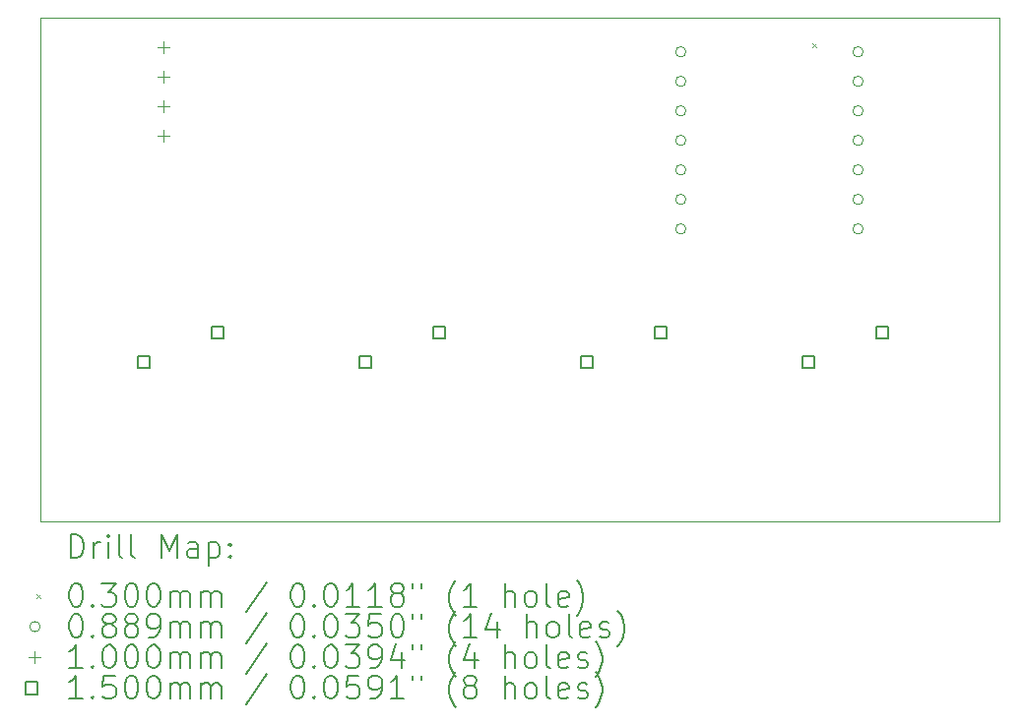
<source format=gbr>
%TF.GenerationSoftware,KiCad,Pcbnew,9.0.6*%
%TF.CreationDate,2025-12-02T23:32:15+00:00*%
%TF.ProjectId,MyPCB,4d795043-422e-46b6-9963-61645f706362,rev?*%
%TF.SameCoordinates,Original*%
%TF.FileFunction,Drillmap*%
%TF.FilePolarity,Positive*%
%FSLAX45Y45*%
G04 Gerber Fmt 4.5, Leading zero omitted, Abs format (unit mm)*
G04 Created by KiCad (PCBNEW 9.0.6) date 2025-12-02 23:32:15*
%MOMM*%
%LPD*%
G01*
G04 APERTURE LIST*
%ADD10C,0.050000*%
%ADD11C,0.200000*%
%ADD12C,0.100000*%
%ADD13C,0.150000*%
G04 APERTURE END LIST*
D10*
X15920000Y-8339000D02*
X24163000Y-8339000D01*
X24163000Y-12674000D01*
X15920000Y-12674000D01*
X15920000Y-8339000D01*
D11*
D12*
X22558000Y-8563000D02*
X22588000Y-8593000D01*
X22588000Y-8563000D02*
X22558000Y-8593000D01*
X21470183Y-8633000D02*
G75*
G02*
X21381283Y-8633000I-44450J0D01*
G01*
X21381283Y-8633000D02*
G75*
G02*
X21470183Y-8633000I44450J0D01*
G01*
X21470183Y-8887000D02*
G75*
G02*
X21381283Y-8887000I-44450J0D01*
G01*
X21381283Y-8887000D02*
G75*
G02*
X21470183Y-8887000I44450J0D01*
G01*
X21470183Y-9141000D02*
G75*
G02*
X21381283Y-9141000I-44450J0D01*
G01*
X21381283Y-9141000D02*
G75*
G02*
X21470183Y-9141000I44450J0D01*
G01*
X21470183Y-9395000D02*
G75*
G02*
X21381283Y-9395000I-44450J0D01*
G01*
X21381283Y-9395000D02*
G75*
G02*
X21470183Y-9395000I44450J0D01*
G01*
X21470183Y-9649000D02*
G75*
G02*
X21381283Y-9649000I-44450J0D01*
G01*
X21381283Y-9649000D02*
G75*
G02*
X21470183Y-9649000I44450J0D01*
G01*
X21470183Y-9903000D02*
G75*
G02*
X21381283Y-9903000I-44450J0D01*
G01*
X21381283Y-9903000D02*
G75*
G02*
X21470183Y-9903000I44450J0D01*
G01*
X21470183Y-10157000D02*
G75*
G02*
X21381283Y-10157000I-44450J0D01*
G01*
X21381283Y-10157000D02*
G75*
G02*
X21470183Y-10157000I44450J0D01*
G01*
X22994183Y-8633000D02*
G75*
G02*
X22905283Y-8633000I-44450J0D01*
G01*
X22905283Y-8633000D02*
G75*
G02*
X22994183Y-8633000I44450J0D01*
G01*
X22994183Y-8887000D02*
G75*
G02*
X22905283Y-8887000I-44450J0D01*
G01*
X22905283Y-8887000D02*
G75*
G02*
X22994183Y-8887000I44450J0D01*
G01*
X22994183Y-9141000D02*
G75*
G02*
X22905283Y-9141000I-44450J0D01*
G01*
X22905283Y-9141000D02*
G75*
G02*
X22994183Y-9141000I44450J0D01*
G01*
X22994183Y-9395000D02*
G75*
G02*
X22905283Y-9395000I-44450J0D01*
G01*
X22905283Y-9395000D02*
G75*
G02*
X22994183Y-9395000I44450J0D01*
G01*
X22994183Y-9649000D02*
G75*
G02*
X22905283Y-9649000I-44450J0D01*
G01*
X22905283Y-9649000D02*
G75*
G02*
X22994183Y-9649000I44450J0D01*
G01*
X22994183Y-9903000D02*
G75*
G02*
X22905283Y-9903000I-44450J0D01*
G01*
X22905283Y-9903000D02*
G75*
G02*
X22994183Y-9903000I44450J0D01*
G01*
X22994183Y-10157000D02*
G75*
G02*
X22905283Y-10157000I-44450J0D01*
G01*
X22905283Y-10157000D02*
G75*
G02*
X22994183Y-10157000I44450J0D01*
G01*
X16980000Y-8545000D02*
X16980000Y-8645000D01*
X16930000Y-8595000D02*
X17030000Y-8595000D01*
X16980000Y-8799000D02*
X16980000Y-8899000D01*
X16930000Y-8849000D02*
X17030000Y-8849000D01*
X16980000Y-9053000D02*
X16980000Y-9153000D01*
X16930000Y-9103000D02*
X17030000Y-9103000D01*
X16980000Y-9307000D02*
X16980000Y-9407000D01*
X16930000Y-9357000D02*
X17030000Y-9357000D01*
D13*
X16860034Y-11356033D02*
X16860034Y-11249966D01*
X16753966Y-11249966D01*
X16753966Y-11356033D01*
X16860034Y-11356033D01*
X17495034Y-11102034D02*
X17495034Y-10995967D01*
X17388967Y-10995967D01*
X17388967Y-11102034D01*
X17495034Y-11102034D01*
X18767367Y-11356033D02*
X18767367Y-11249966D01*
X18661300Y-11249966D01*
X18661300Y-11356033D01*
X18767367Y-11356033D01*
X19402367Y-11102034D02*
X19402367Y-10995967D01*
X19296300Y-10995967D01*
X19296300Y-11102034D01*
X19402367Y-11102034D01*
X20671034Y-11356033D02*
X20671034Y-11249966D01*
X20564967Y-11249966D01*
X20564967Y-11356033D01*
X20671034Y-11356033D01*
X21306034Y-11102034D02*
X21306034Y-10995967D01*
X21199967Y-10995967D01*
X21199967Y-11102034D01*
X21306034Y-11102034D01*
X22578033Y-11356033D02*
X22578033Y-11249966D01*
X22471966Y-11249966D01*
X22471966Y-11356033D01*
X22578033Y-11356033D01*
X23213033Y-11102034D02*
X23213033Y-10995967D01*
X23106966Y-10995967D01*
X23106966Y-11102034D01*
X23213033Y-11102034D01*
D11*
X16178277Y-12987984D02*
X16178277Y-12787984D01*
X16178277Y-12787984D02*
X16225896Y-12787984D01*
X16225896Y-12787984D02*
X16254467Y-12797508D01*
X16254467Y-12797508D02*
X16273515Y-12816555D01*
X16273515Y-12816555D02*
X16283039Y-12835603D01*
X16283039Y-12835603D02*
X16292562Y-12873698D01*
X16292562Y-12873698D02*
X16292562Y-12902269D01*
X16292562Y-12902269D02*
X16283039Y-12940365D01*
X16283039Y-12940365D02*
X16273515Y-12959412D01*
X16273515Y-12959412D02*
X16254467Y-12978460D01*
X16254467Y-12978460D02*
X16225896Y-12987984D01*
X16225896Y-12987984D02*
X16178277Y-12987984D01*
X16378277Y-12987984D02*
X16378277Y-12854650D01*
X16378277Y-12892746D02*
X16387801Y-12873698D01*
X16387801Y-12873698D02*
X16397324Y-12864174D01*
X16397324Y-12864174D02*
X16416372Y-12854650D01*
X16416372Y-12854650D02*
X16435420Y-12854650D01*
X16502086Y-12987984D02*
X16502086Y-12854650D01*
X16502086Y-12787984D02*
X16492562Y-12797508D01*
X16492562Y-12797508D02*
X16502086Y-12807031D01*
X16502086Y-12807031D02*
X16511610Y-12797508D01*
X16511610Y-12797508D02*
X16502086Y-12787984D01*
X16502086Y-12787984D02*
X16502086Y-12807031D01*
X16625896Y-12987984D02*
X16606848Y-12978460D01*
X16606848Y-12978460D02*
X16597324Y-12959412D01*
X16597324Y-12959412D02*
X16597324Y-12787984D01*
X16730658Y-12987984D02*
X16711610Y-12978460D01*
X16711610Y-12978460D02*
X16702086Y-12959412D01*
X16702086Y-12959412D02*
X16702086Y-12787984D01*
X16959229Y-12987984D02*
X16959229Y-12787984D01*
X16959229Y-12787984D02*
X17025896Y-12930841D01*
X17025896Y-12930841D02*
X17092563Y-12787984D01*
X17092563Y-12787984D02*
X17092563Y-12987984D01*
X17273515Y-12987984D02*
X17273515Y-12883222D01*
X17273515Y-12883222D02*
X17263991Y-12864174D01*
X17263991Y-12864174D02*
X17244944Y-12854650D01*
X17244944Y-12854650D02*
X17206848Y-12854650D01*
X17206848Y-12854650D02*
X17187801Y-12864174D01*
X17273515Y-12978460D02*
X17254467Y-12987984D01*
X17254467Y-12987984D02*
X17206848Y-12987984D01*
X17206848Y-12987984D02*
X17187801Y-12978460D01*
X17187801Y-12978460D02*
X17178277Y-12959412D01*
X17178277Y-12959412D02*
X17178277Y-12940365D01*
X17178277Y-12940365D02*
X17187801Y-12921317D01*
X17187801Y-12921317D02*
X17206848Y-12911793D01*
X17206848Y-12911793D02*
X17254467Y-12911793D01*
X17254467Y-12911793D02*
X17273515Y-12902269D01*
X17368753Y-12854650D02*
X17368753Y-13054650D01*
X17368753Y-12864174D02*
X17387801Y-12854650D01*
X17387801Y-12854650D02*
X17425896Y-12854650D01*
X17425896Y-12854650D02*
X17444944Y-12864174D01*
X17444944Y-12864174D02*
X17454467Y-12873698D01*
X17454467Y-12873698D02*
X17463991Y-12892746D01*
X17463991Y-12892746D02*
X17463991Y-12949888D01*
X17463991Y-12949888D02*
X17454467Y-12968936D01*
X17454467Y-12968936D02*
X17444944Y-12978460D01*
X17444944Y-12978460D02*
X17425896Y-12987984D01*
X17425896Y-12987984D02*
X17387801Y-12987984D01*
X17387801Y-12987984D02*
X17368753Y-12978460D01*
X17549705Y-12968936D02*
X17559229Y-12978460D01*
X17559229Y-12978460D02*
X17549705Y-12987984D01*
X17549705Y-12987984D02*
X17540182Y-12978460D01*
X17540182Y-12978460D02*
X17549705Y-12968936D01*
X17549705Y-12968936D02*
X17549705Y-12987984D01*
X17549705Y-12864174D02*
X17559229Y-12873698D01*
X17559229Y-12873698D02*
X17549705Y-12883222D01*
X17549705Y-12883222D02*
X17540182Y-12873698D01*
X17540182Y-12873698D02*
X17549705Y-12864174D01*
X17549705Y-12864174D02*
X17549705Y-12883222D01*
D12*
X15887500Y-13301500D02*
X15917500Y-13331500D01*
X15917500Y-13301500D02*
X15887500Y-13331500D01*
D11*
X16216372Y-13207984D02*
X16235420Y-13207984D01*
X16235420Y-13207984D02*
X16254467Y-13217508D01*
X16254467Y-13217508D02*
X16263991Y-13227031D01*
X16263991Y-13227031D02*
X16273515Y-13246079D01*
X16273515Y-13246079D02*
X16283039Y-13284174D01*
X16283039Y-13284174D02*
X16283039Y-13331793D01*
X16283039Y-13331793D02*
X16273515Y-13369888D01*
X16273515Y-13369888D02*
X16263991Y-13388936D01*
X16263991Y-13388936D02*
X16254467Y-13398460D01*
X16254467Y-13398460D02*
X16235420Y-13407984D01*
X16235420Y-13407984D02*
X16216372Y-13407984D01*
X16216372Y-13407984D02*
X16197324Y-13398460D01*
X16197324Y-13398460D02*
X16187801Y-13388936D01*
X16187801Y-13388936D02*
X16178277Y-13369888D01*
X16178277Y-13369888D02*
X16168753Y-13331793D01*
X16168753Y-13331793D02*
X16168753Y-13284174D01*
X16168753Y-13284174D02*
X16178277Y-13246079D01*
X16178277Y-13246079D02*
X16187801Y-13227031D01*
X16187801Y-13227031D02*
X16197324Y-13217508D01*
X16197324Y-13217508D02*
X16216372Y-13207984D01*
X16368753Y-13388936D02*
X16378277Y-13398460D01*
X16378277Y-13398460D02*
X16368753Y-13407984D01*
X16368753Y-13407984D02*
X16359229Y-13398460D01*
X16359229Y-13398460D02*
X16368753Y-13388936D01*
X16368753Y-13388936D02*
X16368753Y-13407984D01*
X16444943Y-13207984D02*
X16568753Y-13207984D01*
X16568753Y-13207984D02*
X16502086Y-13284174D01*
X16502086Y-13284174D02*
X16530658Y-13284174D01*
X16530658Y-13284174D02*
X16549705Y-13293698D01*
X16549705Y-13293698D02*
X16559229Y-13303222D01*
X16559229Y-13303222D02*
X16568753Y-13322269D01*
X16568753Y-13322269D02*
X16568753Y-13369888D01*
X16568753Y-13369888D02*
X16559229Y-13388936D01*
X16559229Y-13388936D02*
X16549705Y-13398460D01*
X16549705Y-13398460D02*
X16530658Y-13407984D01*
X16530658Y-13407984D02*
X16473515Y-13407984D01*
X16473515Y-13407984D02*
X16454467Y-13398460D01*
X16454467Y-13398460D02*
X16444943Y-13388936D01*
X16692562Y-13207984D02*
X16711610Y-13207984D01*
X16711610Y-13207984D02*
X16730658Y-13217508D01*
X16730658Y-13217508D02*
X16740182Y-13227031D01*
X16740182Y-13227031D02*
X16749705Y-13246079D01*
X16749705Y-13246079D02*
X16759229Y-13284174D01*
X16759229Y-13284174D02*
X16759229Y-13331793D01*
X16759229Y-13331793D02*
X16749705Y-13369888D01*
X16749705Y-13369888D02*
X16740182Y-13388936D01*
X16740182Y-13388936D02*
X16730658Y-13398460D01*
X16730658Y-13398460D02*
X16711610Y-13407984D01*
X16711610Y-13407984D02*
X16692562Y-13407984D01*
X16692562Y-13407984D02*
X16673515Y-13398460D01*
X16673515Y-13398460D02*
X16663991Y-13388936D01*
X16663991Y-13388936D02*
X16654467Y-13369888D01*
X16654467Y-13369888D02*
X16644943Y-13331793D01*
X16644943Y-13331793D02*
X16644943Y-13284174D01*
X16644943Y-13284174D02*
X16654467Y-13246079D01*
X16654467Y-13246079D02*
X16663991Y-13227031D01*
X16663991Y-13227031D02*
X16673515Y-13217508D01*
X16673515Y-13217508D02*
X16692562Y-13207984D01*
X16883039Y-13207984D02*
X16902086Y-13207984D01*
X16902086Y-13207984D02*
X16921134Y-13217508D01*
X16921134Y-13217508D02*
X16930658Y-13227031D01*
X16930658Y-13227031D02*
X16940182Y-13246079D01*
X16940182Y-13246079D02*
X16949705Y-13284174D01*
X16949705Y-13284174D02*
X16949705Y-13331793D01*
X16949705Y-13331793D02*
X16940182Y-13369888D01*
X16940182Y-13369888D02*
X16930658Y-13388936D01*
X16930658Y-13388936D02*
X16921134Y-13398460D01*
X16921134Y-13398460D02*
X16902086Y-13407984D01*
X16902086Y-13407984D02*
X16883039Y-13407984D01*
X16883039Y-13407984D02*
X16863991Y-13398460D01*
X16863991Y-13398460D02*
X16854467Y-13388936D01*
X16854467Y-13388936D02*
X16844944Y-13369888D01*
X16844944Y-13369888D02*
X16835420Y-13331793D01*
X16835420Y-13331793D02*
X16835420Y-13284174D01*
X16835420Y-13284174D02*
X16844944Y-13246079D01*
X16844944Y-13246079D02*
X16854467Y-13227031D01*
X16854467Y-13227031D02*
X16863991Y-13217508D01*
X16863991Y-13217508D02*
X16883039Y-13207984D01*
X17035420Y-13407984D02*
X17035420Y-13274650D01*
X17035420Y-13293698D02*
X17044944Y-13284174D01*
X17044944Y-13284174D02*
X17063991Y-13274650D01*
X17063991Y-13274650D02*
X17092563Y-13274650D01*
X17092563Y-13274650D02*
X17111610Y-13284174D01*
X17111610Y-13284174D02*
X17121134Y-13303222D01*
X17121134Y-13303222D02*
X17121134Y-13407984D01*
X17121134Y-13303222D02*
X17130658Y-13284174D01*
X17130658Y-13284174D02*
X17149705Y-13274650D01*
X17149705Y-13274650D02*
X17178277Y-13274650D01*
X17178277Y-13274650D02*
X17197325Y-13284174D01*
X17197325Y-13284174D02*
X17206848Y-13303222D01*
X17206848Y-13303222D02*
X17206848Y-13407984D01*
X17302086Y-13407984D02*
X17302086Y-13274650D01*
X17302086Y-13293698D02*
X17311610Y-13284174D01*
X17311610Y-13284174D02*
X17330658Y-13274650D01*
X17330658Y-13274650D02*
X17359229Y-13274650D01*
X17359229Y-13274650D02*
X17378277Y-13284174D01*
X17378277Y-13284174D02*
X17387801Y-13303222D01*
X17387801Y-13303222D02*
X17387801Y-13407984D01*
X17387801Y-13303222D02*
X17397325Y-13284174D01*
X17397325Y-13284174D02*
X17416372Y-13274650D01*
X17416372Y-13274650D02*
X17444944Y-13274650D01*
X17444944Y-13274650D02*
X17463991Y-13284174D01*
X17463991Y-13284174D02*
X17473515Y-13303222D01*
X17473515Y-13303222D02*
X17473515Y-13407984D01*
X17863991Y-13198460D02*
X17692563Y-13455603D01*
X18121134Y-13207984D02*
X18140182Y-13207984D01*
X18140182Y-13207984D02*
X18159229Y-13217508D01*
X18159229Y-13217508D02*
X18168753Y-13227031D01*
X18168753Y-13227031D02*
X18178277Y-13246079D01*
X18178277Y-13246079D02*
X18187801Y-13284174D01*
X18187801Y-13284174D02*
X18187801Y-13331793D01*
X18187801Y-13331793D02*
X18178277Y-13369888D01*
X18178277Y-13369888D02*
X18168753Y-13388936D01*
X18168753Y-13388936D02*
X18159229Y-13398460D01*
X18159229Y-13398460D02*
X18140182Y-13407984D01*
X18140182Y-13407984D02*
X18121134Y-13407984D01*
X18121134Y-13407984D02*
X18102087Y-13398460D01*
X18102087Y-13398460D02*
X18092563Y-13388936D01*
X18092563Y-13388936D02*
X18083039Y-13369888D01*
X18083039Y-13369888D02*
X18073515Y-13331793D01*
X18073515Y-13331793D02*
X18073515Y-13284174D01*
X18073515Y-13284174D02*
X18083039Y-13246079D01*
X18083039Y-13246079D02*
X18092563Y-13227031D01*
X18092563Y-13227031D02*
X18102087Y-13217508D01*
X18102087Y-13217508D02*
X18121134Y-13207984D01*
X18273515Y-13388936D02*
X18283039Y-13398460D01*
X18283039Y-13398460D02*
X18273515Y-13407984D01*
X18273515Y-13407984D02*
X18263991Y-13398460D01*
X18263991Y-13398460D02*
X18273515Y-13388936D01*
X18273515Y-13388936D02*
X18273515Y-13407984D01*
X18406848Y-13207984D02*
X18425896Y-13207984D01*
X18425896Y-13207984D02*
X18444944Y-13217508D01*
X18444944Y-13217508D02*
X18454468Y-13227031D01*
X18454468Y-13227031D02*
X18463991Y-13246079D01*
X18463991Y-13246079D02*
X18473515Y-13284174D01*
X18473515Y-13284174D02*
X18473515Y-13331793D01*
X18473515Y-13331793D02*
X18463991Y-13369888D01*
X18463991Y-13369888D02*
X18454468Y-13388936D01*
X18454468Y-13388936D02*
X18444944Y-13398460D01*
X18444944Y-13398460D02*
X18425896Y-13407984D01*
X18425896Y-13407984D02*
X18406848Y-13407984D01*
X18406848Y-13407984D02*
X18387801Y-13398460D01*
X18387801Y-13398460D02*
X18378277Y-13388936D01*
X18378277Y-13388936D02*
X18368753Y-13369888D01*
X18368753Y-13369888D02*
X18359229Y-13331793D01*
X18359229Y-13331793D02*
X18359229Y-13284174D01*
X18359229Y-13284174D02*
X18368753Y-13246079D01*
X18368753Y-13246079D02*
X18378277Y-13227031D01*
X18378277Y-13227031D02*
X18387801Y-13217508D01*
X18387801Y-13217508D02*
X18406848Y-13207984D01*
X18663991Y-13407984D02*
X18549706Y-13407984D01*
X18606848Y-13407984D02*
X18606848Y-13207984D01*
X18606848Y-13207984D02*
X18587801Y-13236555D01*
X18587801Y-13236555D02*
X18568753Y-13255603D01*
X18568753Y-13255603D02*
X18549706Y-13265127D01*
X18854468Y-13407984D02*
X18740182Y-13407984D01*
X18797325Y-13407984D02*
X18797325Y-13207984D01*
X18797325Y-13207984D02*
X18778277Y-13236555D01*
X18778277Y-13236555D02*
X18759229Y-13255603D01*
X18759229Y-13255603D02*
X18740182Y-13265127D01*
X18968753Y-13293698D02*
X18949706Y-13284174D01*
X18949706Y-13284174D02*
X18940182Y-13274650D01*
X18940182Y-13274650D02*
X18930658Y-13255603D01*
X18930658Y-13255603D02*
X18930658Y-13246079D01*
X18930658Y-13246079D02*
X18940182Y-13227031D01*
X18940182Y-13227031D02*
X18949706Y-13217508D01*
X18949706Y-13217508D02*
X18968753Y-13207984D01*
X18968753Y-13207984D02*
X19006849Y-13207984D01*
X19006849Y-13207984D02*
X19025896Y-13217508D01*
X19025896Y-13217508D02*
X19035420Y-13227031D01*
X19035420Y-13227031D02*
X19044944Y-13246079D01*
X19044944Y-13246079D02*
X19044944Y-13255603D01*
X19044944Y-13255603D02*
X19035420Y-13274650D01*
X19035420Y-13274650D02*
X19025896Y-13284174D01*
X19025896Y-13284174D02*
X19006849Y-13293698D01*
X19006849Y-13293698D02*
X18968753Y-13293698D01*
X18968753Y-13293698D02*
X18949706Y-13303222D01*
X18949706Y-13303222D02*
X18940182Y-13312746D01*
X18940182Y-13312746D02*
X18930658Y-13331793D01*
X18930658Y-13331793D02*
X18930658Y-13369888D01*
X18930658Y-13369888D02*
X18940182Y-13388936D01*
X18940182Y-13388936D02*
X18949706Y-13398460D01*
X18949706Y-13398460D02*
X18968753Y-13407984D01*
X18968753Y-13407984D02*
X19006849Y-13407984D01*
X19006849Y-13407984D02*
X19025896Y-13398460D01*
X19025896Y-13398460D02*
X19035420Y-13388936D01*
X19035420Y-13388936D02*
X19044944Y-13369888D01*
X19044944Y-13369888D02*
X19044944Y-13331793D01*
X19044944Y-13331793D02*
X19035420Y-13312746D01*
X19035420Y-13312746D02*
X19025896Y-13303222D01*
X19025896Y-13303222D02*
X19006849Y-13293698D01*
X19121134Y-13207984D02*
X19121134Y-13246079D01*
X19197325Y-13207984D02*
X19197325Y-13246079D01*
X19492563Y-13484174D02*
X19483039Y-13474650D01*
X19483039Y-13474650D02*
X19463991Y-13446079D01*
X19463991Y-13446079D02*
X19454468Y-13427031D01*
X19454468Y-13427031D02*
X19444944Y-13398460D01*
X19444944Y-13398460D02*
X19435420Y-13350841D01*
X19435420Y-13350841D02*
X19435420Y-13312746D01*
X19435420Y-13312746D02*
X19444944Y-13265127D01*
X19444944Y-13265127D02*
X19454468Y-13236555D01*
X19454468Y-13236555D02*
X19463991Y-13217508D01*
X19463991Y-13217508D02*
X19483039Y-13188936D01*
X19483039Y-13188936D02*
X19492563Y-13179412D01*
X19673515Y-13407984D02*
X19559230Y-13407984D01*
X19616372Y-13407984D02*
X19616372Y-13207984D01*
X19616372Y-13207984D02*
X19597325Y-13236555D01*
X19597325Y-13236555D02*
X19578277Y-13255603D01*
X19578277Y-13255603D02*
X19559230Y-13265127D01*
X19911611Y-13407984D02*
X19911611Y-13207984D01*
X19997325Y-13407984D02*
X19997325Y-13303222D01*
X19997325Y-13303222D02*
X19987801Y-13284174D01*
X19987801Y-13284174D02*
X19968753Y-13274650D01*
X19968753Y-13274650D02*
X19940182Y-13274650D01*
X19940182Y-13274650D02*
X19921134Y-13284174D01*
X19921134Y-13284174D02*
X19911611Y-13293698D01*
X20121134Y-13407984D02*
X20102087Y-13398460D01*
X20102087Y-13398460D02*
X20092563Y-13388936D01*
X20092563Y-13388936D02*
X20083039Y-13369888D01*
X20083039Y-13369888D02*
X20083039Y-13312746D01*
X20083039Y-13312746D02*
X20092563Y-13293698D01*
X20092563Y-13293698D02*
X20102087Y-13284174D01*
X20102087Y-13284174D02*
X20121134Y-13274650D01*
X20121134Y-13274650D02*
X20149706Y-13274650D01*
X20149706Y-13274650D02*
X20168753Y-13284174D01*
X20168753Y-13284174D02*
X20178277Y-13293698D01*
X20178277Y-13293698D02*
X20187801Y-13312746D01*
X20187801Y-13312746D02*
X20187801Y-13369888D01*
X20187801Y-13369888D02*
X20178277Y-13388936D01*
X20178277Y-13388936D02*
X20168753Y-13398460D01*
X20168753Y-13398460D02*
X20149706Y-13407984D01*
X20149706Y-13407984D02*
X20121134Y-13407984D01*
X20302087Y-13407984D02*
X20283039Y-13398460D01*
X20283039Y-13398460D02*
X20273515Y-13379412D01*
X20273515Y-13379412D02*
X20273515Y-13207984D01*
X20454468Y-13398460D02*
X20435420Y-13407984D01*
X20435420Y-13407984D02*
X20397325Y-13407984D01*
X20397325Y-13407984D02*
X20378277Y-13398460D01*
X20378277Y-13398460D02*
X20368753Y-13379412D01*
X20368753Y-13379412D02*
X20368753Y-13303222D01*
X20368753Y-13303222D02*
X20378277Y-13284174D01*
X20378277Y-13284174D02*
X20397325Y-13274650D01*
X20397325Y-13274650D02*
X20435420Y-13274650D01*
X20435420Y-13274650D02*
X20454468Y-13284174D01*
X20454468Y-13284174D02*
X20463992Y-13303222D01*
X20463992Y-13303222D02*
X20463992Y-13322269D01*
X20463992Y-13322269D02*
X20368753Y-13341317D01*
X20530658Y-13484174D02*
X20540182Y-13474650D01*
X20540182Y-13474650D02*
X20559230Y-13446079D01*
X20559230Y-13446079D02*
X20568753Y-13427031D01*
X20568753Y-13427031D02*
X20578277Y-13398460D01*
X20578277Y-13398460D02*
X20587801Y-13350841D01*
X20587801Y-13350841D02*
X20587801Y-13312746D01*
X20587801Y-13312746D02*
X20578277Y-13265127D01*
X20578277Y-13265127D02*
X20568753Y-13236555D01*
X20568753Y-13236555D02*
X20559230Y-13217508D01*
X20559230Y-13217508D02*
X20540182Y-13188936D01*
X20540182Y-13188936D02*
X20530658Y-13179412D01*
D12*
X15917500Y-13580500D02*
G75*
G02*
X15828600Y-13580500I-44450J0D01*
G01*
X15828600Y-13580500D02*
G75*
G02*
X15917500Y-13580500I44450J0D01*
G01*
D11*
X16216372Y-13471984D02*
X16235420Y-13471984D01*
X16235420Y-13471984D02*
X16254467Y-13481508D01*
X16254467Y-13481508D02*
X16263991Y-13491031D01*
X16263991Y-13491031D02*
X16273515Y-13510079D01*
X16273515Y-13510079D02*
X16283039Y-13548174D01*
X16283039Y-13548174D02*
X16283039Y-13595793D01*
X16283039Y-13595793D02*
X16273515Y-13633888D01*
X16273515Y-13633888D02*
X16263991Y-13652936D01*
X16263991Y-13652936D02*
X16254467Y-13662460D01*
X16254467Y-13662460D02*
X16235420Y-13671984D01*
X16235420Y-13671984D02*
X16216372Y-13671984D01*
X16216372Y-13671984D02*
X16197324Y-13662460D01*
X16197324Y-13662460D02*
X16187801Y-13652936D01*
X16187801Y-13652936D02*
X16178277Y-13633888D01*
X16178277Y-13633888D02*
X16168753Y-13595793D01*
X16168753Y-13595793D02*
X16168753Y-13548174D01*
X16168753Y-13548174D02*
X16178277Y-13510079D01*
X16178277Y-13510079D02*
X16187801Y-13491031D01*
X16187801Y-13491031D02*
X16197324Y-13481508D01*
X16197324Y-13481508D02*
X16216372Y-13471984D01*
X16368753Y-13652936D02*
X16378277Y-13662460D01*
X16378277Y-13662460D02*
X16368753Y-13671984D01*
X16368753Y-13671984D02*
X16359229Y-13662460D01*
X16359229Y-13662460D02*
X16368753Y-13652936D01*
X16368753Y-13652936D02*
X16368753Y-13671984D01*
X16492562Y-13557698D02*
X16473515Y-13548174D01*
X16473515Y-13548174D02*
X16463991Y-13538650D01*
X16463991Y-13538650D02*
X16454467Y-13519603D01*
X16454467Y-13519603D02*
X16454467Y-13510079D01*
X16454467Y-13510079D02*
X16463991Y-13491031D01*
X16463991Y-13491031D02*
X16473515Y-13481508D01*
X16473515Y-13481508D02*
X16492562Y-13471984D01*
X16492562Y-13471984D02*
X16530658Y-13471984D01*
X16530658Y-13471984D02*
X16549705Y-13481508D01*
X16549705Y-13481508D02*
X16559229Y-13491031D01*
X16559229Y-13491031D02*
X16568753Y-13510079D01*
X16568753Y-13510079D02*
X16568753Y-13519603D01*
X16568753Y-13519603D02*
X16559229Y-13538650D01*
X16559229Y-13538650D02*
X16549705Y-13548174D01*
X16549705Y-13548174D02*
X16530658Y-13557698D01*
X16530658Y-13557698D02*
X16492562Y-13557698D01*
X16492562Y-13557698D02*
X16473515Y-13567222D01*
X16473515Y-13567222D02*
X16463991Y-13576746D01*
X16463991Y-13576746D02*
X16454467Y-13595793D01*
X16454467Y-13595793D02*
X16454467Y-13633888D01*
X16454467Y-13633888D02*
X16463991Y-13652936D01*
X16463991Y-13652936D02*
X16473515Y-13662460D01*
X16473515Y-13662460D02*
X16492562Y-13671984D01*
X16492562Y-13671984D02*
X16530658Y-13671984D01*
X16530658Y-13671984D02*
X16549705Y-13662460D01*
X16549705Y-13662460D02*
X16559229Y-13652936D01*
X16559229Y-13652936D02*
X16568753Y-13633888D01*
X16568753Y-13633888D02*
X16568753Y-13595793D01*
X16568753Y-13595793D02*
X16559229Y-13576746D01*
X16559229Y-13576746D02*
X16549705Y-13567222D01*
X16549705Y-13567222D02*
X16530658Y-13557698D01*
X16683039Y-13557698D02*
X16663991Y-13548174D01*
X16663991Y-13548174D02*
X16654467Y-13538650D01*
X16654467Y-13538650D02*
X16644943Y-13519603D01*
X16644943Y-13519603D02*
X16644943Y-13510079D01*
X16644943Y-13510079D02*
X16654467Y-13491031D01*
X16654467Y-13491031D02*
X16663991Y-13481508D01*
X16663991Y-13481508D02*
X16683039Y-13471984D01*
X16683039Y-13471984D02*
X16721134Y-13471984D01*
X16721134Y-13471984D02*
X16740182Y-13481508D01*
X16740182Y-13481508D02*
X16749705Y-13491031D01*
X16749705Y-13491031D02*
X16759229Y-13510079D01*
X16759229Y-13510079D02*
X16759229Y-13519603D01*
X16759229Y-13519603D02*
X16749705Y-13538650D01*
X16749705Y-13538650D02*
X16740182Y-13548174D01*
X16740182Y-13548174D02*
X16721134Y-13557698D01*
X16721134Y-13557698D02*
X16683039Y-13557698D01*
X16683039Y-13557698D02*
X16663991Y-13567222D01*
X16663991Y-13567222D02*
X16654467Y-13576746D01*
X16654467Y-13576746D02*
X16644943Y-13595793D01*
X16644943Y-13595793D02*
X16644943Y-13633888D01*
X16644943Y-13633888D02*
X16654467Y-13652936D01*
X16654467Y-13652936D02*
X16663991Y-13662460D01*
X16663991Y-13662460D02*
X16683039Y-13671984D01*
X16683039Y-13671984D02*
X16721134Y-13671984D01*
X16721134Y-13671984D02*
X16740182Y-13662460D01*
X16740182Y-13662460D02*
X16749705Y-13652936D01*
X16749705Y-13652936D02*
X16759229Y-13633888D01*
X16759229Y-13633888D02*
X16759229Y-13595793D01*
X16759229Y-13595793D02*
X16749705Y-13576746D01*
X16749705Y-13576746D02*
X16740182Y-13567222D01*
X16740182Y-13567222D02*
X16721134Y-13557698D01*
X16854467Y-13671984D02*
X16892563Y-13671984D01*
X16892563Y-13671984D02*
X16911610Y-13662460D01*
X16911610Y-13662460D02*
X16921134Y-13652936D01*
X16921134Y-13652936D02*
X16940182Y-13624365D01*
X16940182Y-13624365D02*
X16949705Y-13586269D01*
X16949705Y-13586269D02*
X16949705Y-13510079D01*
X16949705Y-13510079D02*
X16940182Y-13491031D01*
X16940182Y-13491031D02*
X16930658Y-13481508D01*
X16930658Y-13481508D02*
X16911610Y-13471984D01*
X16911610Y-13471984D02*
X16873515Y-13471984D01*
X16873515Y-13471984D02*
X16854467Y-13481508D01*
X16854467Y-13481508D02*
X16844944Y-13491031D01*
X16844944Y-13491031D02*
X16835420Y-13510079D01*
X16835420Y-13510079D02*
X16835420Y-13557698D01*
X16835420Y-13557698D02*
X16844944Y-13576746D01*
X16844944Y-13576746D02*
X16854467Y-13586269D01*
X16854467Y-13586269D02*
X16873515Y-13595793D01*
X16873515Y-13595793D02*
X16911610Y-13595793D01*
X16911610Y-13595793D02*
X16930658Y-13586269D01*
X16930658Y-13586269D02*
X16940182Y-13576746D01*
X16940182Y-13576746D02*
X16949705Y-13557698D01*
X17035420Y-13671984D02*
X17035420Y-13538650D01*
X17035420Y-13557698D02*
X17044944Y-13548174D01*
X17044944Y-13548174D02*
X17063991Y-13538650D01*
X17063991Y-13538650D02*
X17092563Y-13538650D01*
X17092563Y-13538650D02*
X17111610Y-13548174D01*
X17111610Y-13548174D02*
X17121134Y-13567222D01*
X17121134Y-13567222D02*
X17121134Y-13671984D01*
X17121134Y-13567222D02*
X17130658Y-13548174D01*
X17130658Y-13548174D02*
X17149705Y-13538650D01*
X17149705Y-13538650D02*
X17178277Y-13538650D01*
X17178277Y-13538650D02*
X17197325Y-13548174D01*
X17197325Y-13548174D02*
X17206848Y-13567222D01*
X17206848Y-13567222D02*
X17206848Y-13671984D01*
X17302086Y-13671984D02*
X17302086Y-13538650D01*
X17302086Y-13557698D02*
X17311610Y-13548174D01*
X17311610Y-13548174D02*
X17330658Y-13538650D01*
X17330658Y-13538650D02*
X17359229Y-13538650D01*
X17359229Y-13538650D02*
X17378277Y-13548174D01*
X17378277Y-13548174D02*
X17387801Y-13567222D01*
X17387801Y-13567222D02*
X17387801Y-13671984D01*
X17387801Y-13567222D02*
X17397325Y-13548174D01*
X17397325Y-13548174D02*
X17416372Y-13538650D01*
X17416372Y-13538650D02*
X17444944Y-13538650D01*
X17444944Y-13538650D02*
X17463991Y-13548174D01*
X17463991Y-13548174D02*
X17473515Y-13567222D01*
X17473515Y-13567222D02*
X17473515Y-13671984D01*
X17863991Y-13462460D02*
X17692563Y-13719603D01*
X18121134Y-13471984D02*
X18140182Y-13471984D01*
X18140182Y-13471984D02*
X18159229Y-13481508D01*
X18159229Y-13481508D02*
X18168753Y-13491031D01*
X18168753Y-13491031D02*
X18178277Y-13510079D01*
X18178277Y-13510079D02*
X18187801Y-13548174D01*
X18187801Y-13548174D02*
X18187801Y-13595793D01*
X18187801Y-13595793D02*
X18178277Y-13633888D01*
X18178277Y-13633888D02*
X18168753Y-13652936D01*
X18168753Y-13652936D02*
X18159229Y-13662460D01*
X18159229Y-13662460D02*
X18140182Y-13671984D01*
X18140182Y-13671984D02*
X18121134Y-13671984D01*
X18121134Y-13671984D02*
X18102087Y-13662460D01*
X18102087Y-13662460D02*
X18092563Y-13652936D01*
X18092563Y-13652936D02*
X18083039Y-13633888D01*
X18083039Y-13633888D02*
X18073515Y-13595793D01*
X18073515Y-13595793D02*
X18073515Y-13548174D01*
X18073515Y-13548174D02*
X18083039Y-13510079D01*
X18083039Y-13510079D02*
X18092563Y-13491031D01*
X18092563Y-13491031D02*
X18102087Y-13481508D01*
X18102087Y-13481508D02*
X18121134Y-13471984D01*
X18273515Y-13652936D02*
X18283039Y-13662460D01*
X18283039Y-13662460D02*
X18273515Y-13671984D01*
X18273515Y-13671984D02*
X18263991Y-13662460D01*
X18263991Y-13662460D02*
X18273515Y-13652936D01*
X18273515Y-13652936D02*
X18273515Y-13671984D01*
X18406848Y-13471984D02*
X18425896Y-13471984D01*
X18425896Y-13471984D02*
X18444944Y-13481508D01*
X18444944Y-13481508D02*
X18454468Y-13491031D01*
X18454468Y-13491031D02*
X18463991Y-13510079D01*
X18463991Y-13510079D02*
X18473515Y-13548174D01*
X18473515Y-13548174D02*
X18473515Y-13595793D01*
X18473515Y-13595793D02*
X18463991Y-13633888D01*
X18463991Y-13633888D02*
X18454468Y-13652936D01*
X18454468Y-13652936D02*
X18444944Y-13662460D01*
X18444944Y-13662460D02*
X18425896Y-13671984D01*
X18425896Y-13671984D02*
X18406848Y-13671984D01*
X18406848Y-13671984D02*
X18387801Y-13662460D01*
X18387801Y-13662460D02*
X18378277Y-13652936D01*
X18378277Y-13652936D02*
X18368753Y-13633888D01*
X18368753Y-13633888D02*
X18359229Y-13595793D01*
X18359229Y-13595793D02*
X18359229Y-13548174D01*
X18359229Y-13548174D02*
X18368753Y-13510079D01*
X18368753Y-13510079D02*
X18378277Y-13491031D01*
X18378277Y-13491031D02*
X18387801Y-13481508D01*
X18387801Y-13481508D02*
X18406848Y-13471984D01*
X18540182Y-13471984D02*
X18663991Y-13471984D01*
X18663991Y-13471984D02*
X18597325Y-13548174D01*
X18597325Y-13548174D02*
X18625896Y-13548174D01*
X18625896Y-13548174D02*
X18644944Y-13557698D01*
X18644944Y-13557698D02*
X18654468Y-13567222D01*
X18654468Y-13567222D02*
X18663991Y-13586269D01*
X18663991Y-13586269D02*
X18663991Y-13633888D01*
X18663991Y-13633888D02*
X18654468Y-13652936D01*
X18654468Y-13652936D02*
X18644944Y-13662460D01*
X18644944Y-13662460D02*
X18625896Y-13671984D01*
X18625896Y-13671984D02*
X18568753Y-13671984D01*
X18568753Y-13671984D02*
X18549706Y-13662460D01*
X18549706Y-13662460D02*
X18540182Y-13652936D01*
X18844944Y-13471984D02*
X18749706Y-13471984D01*
X18749706Y-13471984D02*
X18740182Y-13567222D01*
X18740182Y-13567222D02*
X18749706Y-13557698D01*
X18749706Y-13557698D02*
X18768753Y-13548174D01*
X18768753Y-13548174D02*
X18816372Y-13548174D01*
X18816372Y-13548174D02*
X18835420Y-13557698D01*
X18835420Y-13557698D02*
X18844944Y-13567222D01*
X18844944Y-13567222D02*
X18854468Y-13586269D01*
X18854468Y-13586269D02*
X18854468Y-13633888D01*
X18854468Y-13633888D02*
X18844944Y-13652936D01*
X18844944Y-13652936D02*
X18835420Y-13662460D01*
X18835420Y-13662460D02*
X18816372Y-13671984D01*
X18816372Y-13671984D02*
X18768753Y-13671984D01*
X18768753Y-13671984D02*
X18749706Y-13662460D01*
X18749706Y-13662460D02*
X18740182Y-13652936D01*
X18978277Y-13471984D02*
X18997325Y-13471984D01*
X18997325Y-13471984D02*
X19016372Y-13481508D01*
X19016372Y-13481508D02*
X19025896Y-13491031D01*
X19025896Y-13491031D02*
X19035420Y-13510079D01*
X19035420Y-13510079D02*
X19044944Y-13548174D01*
X19044944Y-13548174D02*
X19044944Y-13595793D01*
X19044944Y-13595793D02*
X19035420Y-13633888D01*
X19035420Y-13633888D02*
X19025896Y-13652936D01*
X19025896Y-13652936D02*
X19016372Y-13662460D01*
X19016372Y-13662460D02*
X18997325Y-13671984D01*
X18997325Y-13671984D02*
X18978277Y-13671984D01*
X18978277Y-13671984D02*
X18959229Y-13662460D01*
X18959229Y-13662460D02*
X18949706Y-13652936D01*
X18949706Y-13652936D02*
X18940182Y-13633888D01*
X18940182Y-13633888D02*
X18930658Y-13595793D01*
X18930658Y-13595793D02*
X18930658Y-13548174D01*
X18930658Y-13548174D02*
X18940182Y-13510079D01*
X18940182Y-13510079D02*
X18949706Y-13491031D01*
X18949706Y-13491031D02*
X18959229Y-13481508D01*
X18959229Y-13481508D02*
X18978277Y-13471984D01*
X19121134Y-13471984D02*
X19121134Y-13510079D01*
X19197325Y-13471984D02*
X19197325Y-13510079D01*
X19492563Y-13748174D02*
X19483039Y-13738650D01*
X19483039Y-13738650D02*
X19463991Y-13710079D01*
X19463991Y-13710079D02*
X19454468Y-13691031D01*
X19454468Y-13691031D02*
X19444944Y-13662460D01*
X19444944Y-13662460D02*
X19435420Y-13614841D01*
X19435420Y-13614841D02*
X19435420Y-13576746D01*
X19435420Y-13576746D02*
X19444944Y-13529127D01*
X19444944Y-13529127D02*
X19454468Y-13500555D01*
X19454468Y-13500555D02*
X19463991Y-13481508D01*
X19463991Y-13481508D02*
X19483039Y-13452936D01*
X19483039Y-13452936D02*
X19492563Y-13443412D01*
X19673515Y-13671984D02*
X19559230Y-13671984D01*
X19616372Y-13671984D02*
X19616372Y-13471984D01*
X19616372Y-13471984D02*
X19597325Y-13500555D01*
X19597325Y-13500555D02*
X19578277Y-13519603D01*
X19578277Y-13519603D02*
X19559230Y-13529127D01*
X19844944Y-13538650D02*
X19844944Y-13671984D01*
X19797325Y-13462460D02*
X19749706Y-13605317D01*
X19749706Y-13605317D02*
X19873515Y-13605317D01*
X20102087Y-13671984D02*
X20102087Y-13471984D01*
X20187801Y-13671984D02*
X20187801Y-13567222D01*
X20187801Y-13567222D02*
X20178277Y-13548174D01*
X20178277Y-13548174D02*
X20159230Y-13538650D01*
X20159230Y-13538650D02*
X20130658Y-13538650D01*
X20130658Y-13538650D02*
X20111611Y-13548174D01*
X20111611Y-13548174D02*
X20102087Y-13557698D01*
X20311611Y-13671984D02*
X20292563Y-13662460D01*
X20292563Y-13662460D02*
X20283039Y-13652936D01*
X20283039Y-13652936D02*
X20273515Y-13633888D01*
X20273515Y-13633888D02*
X20273515Y-13576746D01*
X20273515Y-13576746D02*
X20283039Y-13557698D01*
X20283039Y-13557698D02*
X20292563Y-13548174D01*
X20292563Y-13548174D02*
X20311611Y-13538650D01*
X20311611Y-13538650D02*
X20340182Y-13538650D01*
X20340182Y-13538650D02*
X20359230Y-13548174D01*
X20359230Y-13548174D02*
X20368753Y-13557698D01*
X20368753Y-13557698D02*
X20378277Y-13576746D01*
X20378277Y-13576746D02*
X20378277Y-13633888D01*
X20378277Y-13633888D02*
X20368753Y-13652936D01*
X20368753Y-13652936D02*
X20359230Y-13662460D01*
X20359230Y-13662460D02*
X20340182Y-13671984D01*
X20340182Y-13671984D02*
X20311611Y-13671984D01*
X20492563Y-13671984D02*
X20473515Y-13662460D01*
X20473515Y-13662460D02*
X20463992Y-13643412D01*
X20463992Y-13643412D02*
X20463992Y-13471984D01*
X20644944Y-13662460D02*
X20625896Y-13671984D01*
X20625896Y-13671984D02*
X20587801Y-13671984D01*
X20587801Y-13671984D02*
X20568753Y-13662460D01*
X20568753Y-13662460D02*
X20559230Y-13643412D01*
X20559230Y-13643412D02*
X20559230Y-13567222D01*
X20559230Y-13567222D02*
X20568753Y-13548174D01*
X20568753Y-13548174D02*
X20587801Y-13538650D01*
X20587801Y-13538650D02*
X20625896Y-13538650D01*
X20625896Y-13538650D02*
X20644944Y-13548174D01*
X20644944Y-13548174D02*
X20654468Y-13567222D01*
X20654468Y-13567222D02*
X20654468Y-13586269D01*
X20654468Y-13586269D02*
X20559230Y-13605317D01*
X20730658Y-13662460D02*
X20749706Y-13671984D01*
X20749706Y-13671984D02*
X20787801Y-13671984D01*
X20787801Y-13671984D02*
X20806849Y-13662460D01*
X20806849Y-13662460D02*
X20816373Y-13643412D01*
X20816373Y-13643412D02*
X20816373Y-13633888D01*
X20816373Y-13633888D02*
X20806849Y-13614841D01*
X20806849Y-13614841D02*
X20787801Y-13605317D01*
X20787801Y-13605317D02*
X20759230Y-13605317D01*
X20759230Y-13605317D02*
X20740182Y-13595793D01*
X20740182Y-13595793D02*
X20730658Y-13576746D01*
X20730658Y-13576746D02*
X20730658Y-13567222D01*
X20730658Y-13567222D02*
X20740182Y-13548174D01*
X20740182Y-13548174D02*
X20759230Y-13538650D01*
X20759230Y-13538650D02*
X20787801Y-13538650D01*
X20787801Y-13538650D02*
X20806849Y-13548174D01*
X20883039Y-13748174D02*
X20892563Y-13738650D01*
X20892563Y-13738650D02*
X20911611Y-13710079D01*
X20911611Y-13710079D02*
X20921134Y-13691031D01*
X20921134Y-13691031D02*
X20930658Y-13662460D01*
X20930658Y-13662460D02*
X20940182Y-13614841D01*
X20940182Y-13614841D02*
X20940182Y-13576746D01*
X20940182Y-13576746D02*
X20930658Y-13529127D01*
X20930658Y-13529127D02*
X20921134Y-13500555D01*
X20921134Y-13500555D02*
X20911611Y-13481508D01*
X20911611Y-13481508D02*
X20892563Y-13452936D01*
X20892563Y-13452936D02*
X20883039Y-13443412D01*
D12*
X15867500Y-13794500D02*
X15867500Y-13894500D01*
X15817500Y-13844500D02*
X15917500Y-13844500D01*
D11*
X16283039Y-13935984D02*
X16168753Y-13935984D01*
X16225896Y-13935984D02*
X16225896Y-13735984D01*
X16225896Y-13735984D02*
X16206848Y-13764555D01*
X16206848Y-13764555D02*
X16187801Y-13783603D01*
X16187801Y-13783603D02*
X16168753Y-13793127D01*
X16368753Y-13916936D02*
X16378277Y-13926460D01*
X16378277Y-13926460D02*
X16368753Y-13935984D01*
X16368753Y-13935984D02*
X16359229Y-13926460D01*
X16359229Y-13926460D02*
X16368753Y-13916936D01*
X16368753Y-13916936D02*
X16368753Y-13935984D01*
X16502086Y-13735984D02*
X16521134Y-13735984D01*
X16521134Y-13735984D02*
X16540182Y-13745508D01*
X16540182Y-13745508D02*
X16549705Y-13755031D01*
X16549705Y-13755031D02*
X16559229Y-13774079D01*
X16559229Y-13774079D02*
X16568753Y-13812174D01*
X16568753Y-13812174D02*
X16568753Y-13859793D01*
X16568753Y-13859793D02*
X16559229Y-13897888D01*
X16559229Y-13897888D02*
X16549705Y-13916936D01*
X16549705Y-13916936D02*
X16540182Y-13926460D01*
X16540182Y-13926460D02*
X16521134Y-13935984D01*
X16521134Y-13935984D02*
X16502086Y-13935984D01*
X16502086Y-13935984D02*
X16483039Y-13926460D01*
X16483039Y-13926460D02*
X16473515Y-13916936D01*
X16473515Y-13916936D02*
X16463991Y-13897888D01*
X16463991Y-13897888D02*
X16454467Y-13859793D01*
X16454467Y-13859793D02*
X16454467Y-13812174D01*
X16454467Y-13812174D02*
X16463991Y-13774079D01*
X16463991Y-13774079D02*
X16473515Y-13755031D01*
X16473515Y-13755031D02*
X16483039Y-13745508D01*
X16483039Y-13745508D02*
X16502086Y-13735984D01*
X16692562Y-13735984D02*
X16711610Y-13735984D01*
X16711610Y-13735984D02*
X16730658Y-13745508D01*
X16730658Y-13745508D02*
X16740182Y-13755031D01*
X16740182Y-13755031D02*
X16749705Y-13774079D01*
X16749705Y-13774079D02*
X16759229Y-13812174D01*
X16759229Y-13812174D02*
X16759229Y-13859793D01*
X16759229Y-13859793D02*
X16749705Y-13897888D01*
X16749705Y-13897888D02*
X16740182Y-13916936D01*
X16740182Y-13916936D02*
X16730658Y-13926460D01*
X16730658Y-13926460D02*
X16711610Y-13935984D01*
X16711610Y-13935984D02*
X16692562Y-13935984D01*
X16692562Y-13935984D02*
X16673515Y-13926460D01*
X16673515Y-13926460D02*
X16663991Y-13916936D01*
X16663991Y-13916936D02*
X16654467Y-13897888D01*
X16654467Y-13897888D02*
X16644943Y-13859793D01*
X16644943Y-13859793D02*
X16644943Y-13812174D01*
X16644943Y-13812174D02*
X16654467Y-13774079D01*
X16654467Y-13774079D02*
X16663991Y-13755031D01*
X16663991Y-13755031D02*
X16673515Y-13745508D01*
X16673515Y-13745508D02*
X16692562Y-13735984D01*
X16883039Y-13735984D02*
X16902086Y-13735984D01*
X16902086Y-13735984D02*
X16921134Y-13745508D01*
X16921134Y-13745508D02*
X16930658Y-13755031D01*
X16930658Y-13755031D02*
X16940182Y-13774079D01*
X16940182Y-13774079D02*
X16949705Y-13812174D01*
X16949705Y-13812174D02*
X16949705Y-13859793D01*
X16949705Y-13859793D02*
X16940182Y-13897888D01*
X16940182Y-13897888D02*
X16930658Y-13916936D01*
X16930658Y-13916936D02*
X16921134Y-13926460D01*
X16921134Y-13926460D02*
X16902086Y-13935984D01*
X16902086Y-13935984D02*
X16883039Y-13935984D01*
X16883039Y-13935984D02*
X16863991Y-13926460D01*
X16863991Y-13926460D02*
X16854467Y-13916936D01*
X16854467Y-13916936D02*
X16844944Y-13897888D01*
X16844944Y-13897888D02*
X16835420Y-13859793D01*
X16835420Y-13859793D02*
X16835420Y-13812174D01*
X16835420Y-13812174D02*
X16844944Y-13774079D01*
X16844944Y-13774079D02*
X16854467Y-13755031D01*
X16854467Y-13755031D02*
X16863991Y-13745508D01*
X16863991Y-13745508D02*
X16883039Y-13735984D01*
X17035420Y-13935984D02*
X17035420Y-13802650D01*
X17035420Y-13821698D02*
X17044944Y-13812174D01*
X17044944Y-13812174D02*
X17063991Y-13802650D01*
X17063991Y-13802650D02*
X17092563Y-13802650D01*
X17092563Y-13802650D02*
X17111610Y-13812174D01*
X17111610Y-13812174D02*
X17121134Y-13831222D01*
X17121134Y-13831222D02*
X17121134Y-13935984D01*
X17121134Y-13831222D02*
X17130658Y-13812174D01*
X17130658Y-13812174D02*
X17149705Y-13802650D01*
X17149705Y-13802650D02*
X17178277Y-13802650D01*
X17178277Y-13802650D02*
X17197325Y-13812174D01*
X17197325Y-13812174D02*
X17206848Y-13831222D01*
X17206848Y-13831222D02*
X17206848Y-13935984D01*
X17302086Y-13935984D02*
X17302086Y-13802650D01*
X17302086Y-13821698D02*
X17311610Y-13812174D01*
X17311610Y-13812174D02*
X17330658Y-13802650D01*
X17330658Y-13802650D02*
X17359229Y-13802650D01*
X17359229Y-13802650D02*
X17378277Y-13812174D01*
X17378277Y-13812174D02*
X17387801Y-13831222D01*
X17387801Y-13831222D02*
X17387801Y-13935984D01*
X17387801Y-13831222D02*
X17397325Y-13812174D01*
X17397325Y-13812174D02*
X17416372Y-13802650D01*
X17416372Y-13802650D02*
X17444944Y-13802650D01*
X17444944Y-13802650D02*
X17463991Y-13812174D01*
X17463991Y-13812174D02*
X17473515Y-13831222D01*
X17473515Y-13831222D02*
X17473515Y-13935984D01*
X17863991Y-13726460D02*
X17692563Y-13983603D01*
X18121134Y-13735984D02*
X18140182Y-13735984D01*
X18140182Y-13735984D02*
X18159229Y-13745508D01*
X18159229Y-13745508D02*
X18168753Y-13755031D01*
X18168753Y-13755031D02*
X18178277Y-13774079D01*
X18178277Y-13774079D02*
X18187801Y-13812174D01*
X18187801Y-13812174D02*
X18187801Y-13859793D01*
X18187801Y-13859793D02*
X18178277Y-13897888D01*
X18178277Y-13897888D02*
X18168753Y-13916936D01*
X18168753Y-13916936D02*
X18159229Y-13926460D01*
X18159229Y-13926460D02*
X18140182Y-13935984D01*
X18140182Y-13935984D02*
X18121134Y-13935984D01*
X18121134Y-13935984D02*
X18102087Y-13926460D01*
X18102087Y-13926460D02*
X18092563Y-13916936D01*
X18092563Y-13916936D02*
X18083039Y-13897888D01*
X18083039Y-13897888D02*
X18073515Y-13859793D01*
X18073515Y-13859793D02*
X18073515Y-13812174D01*
X18073515Y-13812174D02*
X18083039Y-13774079D01*
X18083039Y-13774079D02*
X18092563Y-13755031D01*
X18092563Y-13755031D02*
X18102087Y-13745508D01*
X18102087Y-13745508D02*
X18121134Y-13735984D01*
X18273515Y-13916936D02*
X18283039Y-13926460D01*
X18283039Y-13926460D02*
X18273515Y-13935984D01*
X18273515Y-13935984D02*
X18263991Y-13926460D01*
X18263991Y-13926460D02*
X18273515Y-13916936D01*
X18273515Y-13916936D02*
X18273515Y-13935984D01*
X18406848Y-13735984D02*
X18425896Y-13735984D01*
X18425896Y-13735984D02*
X18444944Y-13745508D01*
X18444944Y-13745508D02*
X18454468Y-13755031D01*
X18454468Y-13755031D02*
X18463991Y-13774079D01*
X18463991Y-13774079D02*
X18473515Y-13812174D01*
X18473515Y-13812174D02*
X18473515Y-13859793D01*
X18473515Y-13859793D02*
X18463991Y-13897888D01*
X18463991Y-13897888D02*
X18454468Y-13916936D01*
X18454468Y-13916936D02*
X18444944Y-13926460D01*
X18444944Y-13926460D02*
X18425896Y-13935984D01*
X18425896Y-13935984D02*
X18406848Y-13935984D01*
X18406848Y-13935984D02*
X18387801Y-13926460D01*
X18387801Y-13926460D02*
X18378277Y-13916936D01*
X18378277Y-13916936D02*
X18368753Y-13897888D01*
X18368753Y-13897888D02*
X18359229Y-13859793D01*
X18359229Y-13859793D02*
X18359229Y-13812174D01*
X18359229Y-13812174D02*
X18368753Y-13774079D01*
X18368753Y-13774079D02*
X18378277Y-13755031D01*
X18378277Y-13755031D02*
X18387801Y-13745508D01*
X18387801Y-13745508D02*
X18406848Y-13735984D01*
X18540182Y-13735984D02*
X18663991Y-13735984D01*
X18663991Y-13735984D02*
X18597325Y-13812174D01*
X18597325Y-13812174D02*
X18625896Y-13812174D01*
X18625896Y-13812174D02*
X18644944Y-13821698D01*
X18644944Y-13821698D02*
X18654468Y-13831222D01*
X18654468Y-13831222D02*
X18663991Y-13850269D01*
X18663991Y-13850269D02*
X18663991Y-13897888D01*
X18663991Y-13897888D02*
X18654468Y-13916936D01*
X18654468Y-13916936D02*
X18644944Y-13926460D01*
X18644944Y-13926460D02*
X18625896Y-13935984D01*
X18625896Y-13935984D02*
X18568753Y-13935984D01*
X18568753Y-13935984D02*
X18549706Y-13926460D01*
X18549706Y-13926460D02*
X18540182Y-13916936D01*
X18759229Y-13935984D02*
X18797325Y-13935984D01*
X18797325Y-13935984D02*
X18816372Y-13926460D01*
X18816372Y-13926460D02*
X18825896Y-13916936D01*
X18825896Y-13916936D02*
X18844944Y-13888365D01*
X18844944Y-13888365D02*
X18854468Y-13850269D01*
X18854468Y-13850269D02*
X18854468Y-13774079D01*
X18854468Y-13774079D02*
X18844944Y-13755031D01*
X18844944Y-13755031D02*
X18835420Y-13745508D01*
X18835420Y-13745508D02*
X18816372Y-13735984D01*
X18816372Y-13735984D02*
X18778277Y-13735984D01*
X18778277Y-13735984D02*
X18759229Y-13745508D01*
X18759229Y-13745508D02*
X18749706Y-13755031D01*
X18749706Y-13755031D02*
X18740182Y-13774079D01*
X18740182Y-13774079D02*
X18740182Y-13821698D01*
X18740182Y-13821698D02*
X18749706Y-13840746D01*
X18749706Y-13840746D02*
X18759229Y-13850269D01*
X18759229Y-13850269D02*
X18778277Y-13859793D01*
X18778277Y-13859793D02*
X18816372Y-13859793D01*
X18816372Y-13859793D02*
X18835420Y-13850269D01*
X18835420Y-13850269D02*
X18844944Y-13840746D01*
X18844944Y-13840746D02*
X18854468Y-13821698D01*
X19025896Y-13802650D02*
X19025896Y-13935984D01*
X18978277Y-13726460D02*
X18930658Y-13869317D01*
X18930658Y-13869317D02*
X19054468Y-13869317D01*
X19121134Y-13735984D02*
X19121134Y-13774079D01*
X19197325Y-13735984D02*
X19197325Y-13774079D01*
X19492563Y-14012174D02*
X19483039Y-14002650D01*
X19483039Y-14002650D02*
X19463991Y-13974079D01*
X19463991Y-13974079D02*
X19454468Y-13955031D01*
X19454468Y-13955031D02*
X19444944Y-13926460D01*
X19444944Y-13926460D02*
X19435420Y-13878841D01*
X19435420Y-13878841D02*
X19435420Y-13840746D01*
X19435420Y-13840746D02*
X19444944Y-13793127D01*
X19444944Y-13793127D02*
X19454468Y-13764555D01*
X19454468Y-13764555D02*
X19463991Y-13745508D01*
X19463991Y-13745508D02*
X19483039Y-13716936D01*
X19483039Y-13716936D02*
X19492563Y-13707412D01*
X19654468Y-13802650D02*
X19654468Y-13935984D01*
X19606849Y-13726460D02*
X19559230Y-13869317D01*
X19559230Y-13869317D02*
X19683039Y-13869317D01*
X19911611Y-13935984D02*
X19911611Y-13735984D01*
X19997325Y-13935984D02*
X19997325Y-13831222D01*
X19997325Y-13831222D02*
X19987801Y-13812174D01*
X19987801Y-13812174D02*
X19968753Y-13802650D01*
X19968753Y-13802650D02*
X19940182Y-13802650D01*
X19940182Y-13802650D02*
X19921134Y-13812174D01*
X19921134Y-13812174D02*
X19911611Y-13821698D01*
X20121134Y-13935984D02*
X20102087Y-13926460D01*
X20102087Y-13926460D02*
X20092563Y-13916936D01*
X20092563Y-13916936D02*
X20083039Y-13897888D01*
X20083039Y-13897888D02*
X20083039Y-13840746D01*
X20083039Y-13840746D02*
X20092563Y-13821698D01*
X20092563Y-13821698D02*
X20102087Y-13812174D01*
X20102087Y-13812174D02*
X20121134Y-13802650D01*
X20121134Y-13802650D02*
X20149706Y-13802650D01*
X20149706Y-13802650D02*
X20168753Y-13812174D01*
X20168753Y-13812174D02*
X20178277Y-13821698D01*
X20178277Y-13821698D02*
X20187801Y-13840746D01*
X20187801Y-13840746D02*
X20187801Y-13897888D01*
X20187801Y-13897888D02*
X20178277Y-13916936D01*
X20178277Y-13916936D02*
X20168753Y-13926460D01*
X20168753Y-13926460D02*
X20149706Y-13935984D01*
X20149706Y-13935984D02*
X20121134Y-13935984D01*
X20302087Y-13935984D02*
X20283039Y-13926460D01*
X20283039Y-13926460D02*
X20273515Y-13907412D01*
X20273515Y-13907412D02*
X20273515Y-13735984D01*
X20454468Y-13926460D02*
X20435420Y-13935984D01*
X20435420Y-13935984D02*
X20397325Y-13935984D01*
X20397325Y-13935984D02*
X20378277Y-13926460D01*
X20378277Y-13926460D02*
X20368753Y-13907412D01*
X20368753Y-13907412D02*
X20368753Y-13831222D01*
X20368753Y-13831222D02*
X20378277Y-13812174D01*
X20378277Y-13812174D02*
X20397325Y-13802650D01*
X20397325Y-13802650D02*
X20435420Y-13802650D01*
X20435420Y-13802650D02*
X20454468Y-13812174D01*
X20454468Y-13812174D02*
X20463992Y-13831222D01*
X20463992Y-13831222D02*
X20463992Y-13850269D01*
X20463992Y-13850269D02*
X20368753Y-13869317D01*
X20540182Y-13926460D02*
X20559230Y-13935984D01*
X20559230Y-13935984D02*
X20597325Y-13935984D01*
X20597325Y-13935984D02*
X20616373Y-13926460D01*
X20616373Y-13926460D02*
X20625896Y-13907412D01*
X20625896Y-13907412D02*
X20625896Y-13897888D01*
X20625896Y-13897888D02*
X20616373Y-13878841D01*
X20616373Y-13878841D02*
X20597325Y-13869317D01*
X20597325Y-13869317D02*
X20568753Y-13869317D01*
X20568753Y-13869317D02*
X20549706Y-13859793D01*
X20549706Y-13859793D02*
X20540182Y-13840746D01*
X20540182Y-13840746D02*
X20540182Y-13831222D01*
X20540182Y-13831222D02*
X20549706Y-13812174D01*
X20549706Y-13812174D02*
X20568753Y-13802650D01*
X20568753Y-13802650D02*
X20597325Y-13802650D01*
X20597325Y-13802650D02*
X20616373Y-13812174D01*
X20692563Y-14012174D02*
X20702087Y-14002650D01*
X20702087Y-14002650D02*
X20721134Y-13974079D01*
X20721134Y-13974079D02*
X20730658Y-13955031D01*
X20730658Y-13955031D02*
X20740182Y-13926460D01*
X20740182Y-13926460D02*
X20749706Y-13878841D01*
X20749706Y-13878841D02*
X20749706Y-13840746D01*
X20749706Y-13840746D02*
X20740182Y-13793127D01*
X20740182Y-13793127D02*
X20730658Y-13764555D01*
X20730658Y-13764555D02*
X20721134Y-13745508D01*
X20721134Y-13745508D02*
X20702087Y-13716936D01*
X20702087Y-13716936D02*
X20692563Y-13707412D01*
D13*
X15895533Y-14161533D02*
X15895533Y-14055466D01*
X15789466Y-14055466D01*
X15789466Y-14161533D01*
X15895533Y-14161533D01*
D11*
X16283039Y-14199984D02*
X16168753Y-14199984D01*
X16225896Y-14199984D02*
X16225896Y-13999984D01*
X16225896Y-13999984D02*
X16206848Y-14028555D01*
X16206848Y-14028555D02*
X16187801Y-14047603D01*
X16187801Y-14047603D02*
X16168753Y-14057127D01*
X16368753Y-14180936D02*
X16378277Y-14190460D01*
X16378277Y-14190460D02*
X16368753Y-14199984D01*
X16368753Y-14199984D02*
X16359229Y-14190460D01*
X16359229Y-14190460D02*
X16368753Y-14180936D01*
X16368753Y-14180936D02*
X16368753Y-14199984D01*
X16559229Y-13999984D02*
X16463991Y-13999984D01*
X16463991Y-13999984D02*
X16454467Y-14095222D01*
X16454467Y-14095222D02*
X16463991Y-14085698D01*
X16463991Y-14085698D02*
X16483039Y-14076174D01*
X16483039Y-14076174D02*
X16530658Y-14076174D01*
X16530658Y-14076174D02*
X16549705Y-14085698D01*
X16549705Y-14085698D02*
X16559229Y-14095222D01*
X16559229Y-14095222D02*
X16568753Y-14114269D01*
X16568753Y-14114269D02*
X16568753Y-14161888D01*
X16568753Y-14161888D02*
X16559229Y-14180936D01*
X16559229Y-14180936D02*
X16549705Y-14190460D01*
X16549705Y-14190460D02*
X16530658Y-14199984D01*
X16530658Y-14199984D02*
X16483039Y-14199984D01*
X16483039Y-14199984D02*
X16463991Y-14190460D01*
X16463991Y-14190460D02*
X16454467Y-14180936D01*
X16692562Y-13999984D02*
X16711610Y-13999984D01*
X16711610Y-13999984D02*
X16730658Y-14009508D01*
X16730658Y-14009508D02*
X16740182Y-14019031D01*
X16740182Y-14019031D02*
X16749705Y-14038079D01*
X16749705Y-14038079D02*
X16759229Y-14076174D01*
X16759229Y-14076174D02*
X16759229Y-14123793D01*
X16759229Y-14123793D02*
X16749705Y-14161888D01*
X16749705Y-14161888D02*
X16740182Y-14180936D01*
X16740182Y-14180936D02*
X16730658Y-14190460D01*
X16730658Y-14190460D02*
X16711610Y-14199984D01*
X16711610Y-14199984D02*
X16692562Y-14199984D01*
X16692562Y-14199984D02*
X16673515Y-14190460D01*
X16673515Y-14190460D02*
X16663991Y-14180936D01*
X16663991Y-14180936D02*
X16654467Y-14161888D01*
X16654467Y-14161888D02*
X16644943Y-14123793D01*
X16644943Y-14123793D02*
X16644943Y-14076174D01*
X16644943Y-14076174D02*
X16654467Y-14038079D01*
X16654467Y-14038079D02*
X16663991Y-14019031D01*
X16663991Y-14019031D02*
X16673515Y-14009508D01*
X16673515Y-14009508D02*
X16692562Y-13999984D01*
X16883039Y-13999984D02*
X16902086Y-13999984D01*
X16902086Y-13999984D02*
X16921134Y-14009508D01*
X16921134Y-14009508D02*
X16930658Y-14019031D01*
X16930658Y-14019031D02*
X16940182Y-14038079D01*
X16940182Y-14038079D02*
X16949705Y-14076174D01*
X16949705Y-14076174D02*
X16949705Y-14123793D01*
X16949705Y-14123793D02*
X16940182Y-14161888D01*
X16940182Y-14161888D02*
X16930658Y-14180936D01*
X16930658Y-14180936D02*
X16921134Y-14190460D01*
X16921134Y-14190460D02*
X16902086Y-14199984D01*
X16902086Y-14199984D02*
X16883039Y-14199984D01*
X16883039Y-14199984D02*
X16863991Y-14190460D01*
X16863991Y-14190460D02*
X16854467Y-14180936D01*
X16854467Y-14180936D02*
X16844944Y-14161888D01*
X16844944Y-14161888D02*
X16835420Y-14123793D01*
X16835420Y-14123793D02*
X16835420Y-14076174D01*
X16835420Y-14076174D02*
X16844944Y-14038079D01*
X16844944Y-14038079D02*
X16854467Y-14019031D01*
X16854467Y-14019031D02*
X16863991Y-14009508D01*
X16863991Y-14009508D02*
X16883039Y-13999984D01*
X17035420Y-14199984D02*
X17035420Y-14066650D01*
X17035420Y-14085698D02*
X17044944Y-14076174D01*
X17044944Y-14076174D02*
X17063991Y-14066650D01*
X17063991Y-14066650D02*
X17092563Y-14066650D01*
X17092563Y-14066650D02*
X17111610Y-14076174D01*
X17111610Y-14076174D02*
X17121134Y-14095222D01*
X17121134Y-14095222D02*
X17121134Y-14199984D01*
X17121134Y-14095222D02*
X17130658Y-14076174D01*
X17130658Y-14076174D02*
X17149705Y-14066650D01*
X17149705Y-14066650D02*
X17178277Y-14066650D01*
X17178277Y-14066650D02*
X17197325Y-14076174D01*
X17197325Y-14076174D02*
X17206848Y-14095222D01*
X17206848Y-14095222D02*
X17206848Y-14199984D01*
X17302086Y-14199984D02*
X17302086Y-14066650D01*
X17302086Y-14085698D02*
X17311610Y-14076174D01*
X17311610Y-14076174D02*
X17330658Y-14066650D01*
X17330658Y-14066650D02*
X17359229Y-14066650D01*
X17359229Y-14066650D02*
X17378277Y-14076174D01*
X17378277Y-14076174D02*
X17387801Y-14095222D01*
X17387801Y-14095222D02*
X17387801Y-14199984D01*
X17387801Y-14095222D02*
X17397325Y-14076174D01*
X17397325Y-14076174D02*
X17416372Y-14066650D01*
X17416372Y-14066650D02*
X17444944Y-14066650D01*
X17444944Y-14066650D02*
X17463991Y-14076174D01*
X17463991Y-14076174D02*
X17473515Y-14095222D01*
X17473515Y-14095222D02*
X17473515Y-14199984D01*
X17863991Y-13990460D02*
X17692563Y-14247603D01*
X18121134Y-13999984D02*
X18140182Y-13999984D01*
X18140182Y-13999984D02*
X18159229Y-14009508D01*
X18159229Y-14009508D02*
X18168753Y-14019031D01*
X18168753Y-14019031D02*
X18178277Y-14038079D01*
X18178277Y-14038079D02*
X18187801Y-14076174D01*
X18187801Y-14076174D02*
X18187801Y-14123793D01*
X18187801Y-14123793D02*
X18178277Y-14161888D01*
X18178277Y-14161888D02*
X18168753Y-14180936D01*
X18168753Y-14180936D02*
X18159229Y-14190460D01*
X18159229Y-14190460D02*
X18140182Y-14199984D01*
X18140182Y-14199984D02*
X18121134Y-14199984D01*
X18121134Y-14199984D02*
X18102087Y-14190460D01*
X18102087Y-14190460D02*
X18092563Y-14180936D01*
X18092563Y-14180936D02*
X18083039Y-14161888D01*
X18083039Y-14161888D02*
X18073515Y-14123793D01*
X18073515Y-14123793D02*
X18073515Y-14076174D01*
X18073515Y-14076174D02*
X18083039Y-14038079D01*
X18083039Y-14038079D02*
X18092563Y-14019031D01*
X18092563Y-14019031D02*
X18102087Y-14009508D01*
X18102087Y-14009508D02*
X18121134Y-13999984D01*
X18273515Y-14180936D02*
X18283039Y-14190460D01*
X18283039Y-14190460D02*
X18273515Y-14199984D01*
X18273515Y-14199984D02*
X18263991Y-14190460D01*
X18263991Y-14190460D02*
X18273515Y-14180936D01*
X18273515Y-14180936D02*
X18273515Y-14199984D01*
X18406848Y-13999984D02*
X18425896Y-13999984D01*
X18425896Y-13999984D02*
X18444944Y-14009508D01*
X18444944Y-14009508D02*
X18454468Y-14019031D01*
X18454468Y-14019031D02*
X18463991Y-14038079D01*
X18463991Y-14038079D02*
X18473515Y-14076174D01*
X18473515Y-14076174D02*
X18473515Y-14123793D01*
X18473515Y-14123793D02*
X18463991Y-14161888D01*
X18463991Y-14161888D02*
X18454468Y-14180936D01*
X18454468Y-14180936D02*
X18444944Y-14190460D01*
X18444944Y-14190460D02*
X18425896Y-14199984D01*
X18425896Y-14199984D02*
X18406848Y-14199984D01*
X18406848Y-14199984D02*
X18387801Y-14190460D01*
X18387801Y-14190460D02*
X18378277Y-14180936D01*
X18378277Y-14180936D02*
X18368753Y-14161888D01*
X18368753Y-14161888D02*
X18359229Y-14123793D01*
X18359229Y-14123793D02*
X18359229Y-14076174D01*
X18359229Y-14076174D02*
X18368753Y-14038079D01*
X18368753Y-14038079D02*
X18378277Y-14019031D01*
X18378277Y-14019031D02*
X18387801Y-14009508D01*
X18387801Y-14009508D02*
X18406848Y-13999984D01*
X18654468Y-13999984D02*
X18559229Y-13999984D01*
X18559229Y-13999984D02*
X18549706Y-14095222D01*
X18549706Y-14095222D02*
X18559229Y-14085698D01*
X18559229Y-14085698D02*
X18578277Y-14076174D01*
X18578277Y-14076174D02*
X18625896Y-14076174D01*
X18625896Y-14076174D02*
X18644944Y-14085698D01*
X18644944Y-14085698D02*
X18654468Y-14095222D01*
X18654468Y-14095222D02*
X18663991Y-14114269D01*
X18663991Y-14114269D02*
X18663991Y-14161888D01*
X18663991Y-14161888D02*
X18654468Y-14180936D01*
X18654468Y-14180936D02*
X18644944Y-14190460D01*
X18644944Y-14190460D02*
X18625896Y-14199984D01*
X18625896Y-14199984D02*
X18578277Y-14199984D01*
X18578277Y-14199984D02*
X18559229Y-14190460D01*
X18559229Y-14190460D02*
X18549706Y-14180936D01*
X18759229Y-14199984D02*
X18797325Y-14199984D01*
X18797325Y-14199984D02*
X18816372Y-14190460D01*
X18816372Y-14190460D02*
X18825896Y-14180936D01*
X18825896Y-14180936D02*
X18844944Y-14152365D01*
X18844944Y-14152365D02*
X18854468Y-14114269D01*
X18854468Y-14114269D02*
X18854468Y-14038079D01*
X18854468Y-14038079D02*
X18844944Y-14019031D01*
X18844944Y-14019031D02*
X18835420Y-14009508D01*
X18835420Y-14009508D02*
X18816372Y-13999984D01*
X18816372Y-13999984D02*
X18778277Y-13999984D01*
X18778277Y-13999984D02*
X18759229Y-14009508D01*
X18759229Y-14009508D02*
X18749706Y-14019031D01*
X18749706Y-14019031D02*
X18740182Y-14038079D01*
X18740182Y-14038079D02*
X18740182Y-14085698D01*
X18740182Y-14085698D02*
X18749706Y-14104746D01*
X18749706Y-14104746D02*
X18759229Y-14114269D01*
X18759229Y-14114269D02*
X18778277Y-14123793D01*
X18778277Y-14123793D02*
X18816372Y-14123793D01*
X18816372Y-14123793D02*
X18835420Y-14114269D01*
X18835420Y-14114269D02*
X18844944Y-14104746D01*
X18844944Y-14104746D02*
X18854468Y-14085698D01*
X19044944Y-14199984D02*
X18930658Y-14199984D01*
X18987801Y-14199984D02*
X18987801Y-13999984D01*
X18987801Y-13999984D02*
X18968753Y-14028555D01*
X18968753Y-14028555D02*
X18949706Y-14047603D01*
X18949706Y-14047603D02*
X18930658Y-14057127D01*
X19121134Y-13999984D02*
X19121134Y-14038079D01*
X19197325Y-13999984D02*
X19197325Y-14038079D01*
X19492563Y-14276174D02*
X19483039Y-14266650D01*
X19483039Y-14266650D02*
X19463991Y-14238079D01*
X19463991Y-14238079D02*
X19454468Y-14219031D01*
X19454468Y-14219031D02*
X19444944Y-14190460D01*
X19444944Y-14190460D02*
X19435420Y-14142841D01*
X19435420Y-14142841D02*
X19435420Y-14104746D01*
X19435420Y-14104746D02*
X19444944Y-14057127D01*
X19444944Y-14057127D02*
X19454468Y-14028555D01*
X19454468Y-14028555D02*
X19463991Y-14009508D01*
X19463991Y-14009508D02*
X19483039Y-13980936D01*
X19483039Y-13980936D02*
X19492563Y-13971412D01*
X19597325Y-14085698D02*
X19578277Y-14076174D01*
X19578277Y-14076174D02*
X19568753Y-14066650D01*
X19568753Y-14066650D02*
X19559230Y-14047603D01*
X19559230Y-14047603D02*
X19559230Y-14038079D01*
X19559230Y-14038079D02*
X19568753Y-14019031D01*
X19568753Y-14019031D02*
X19578277Y-14009508D01*
X19578277Y-14009508D02*
X19597325Y-13999984D01*
X19597325Y-13999984D02*
X19635420Y-13999984D01*
X19635420Y-13999984D02*
X19654468Y-14009508D01*
X19654468Y-14009508D02*
X19663991Y-14019031D01*
X19663991Y-14019031D02*
X19673515Y-14038079D01*
X19673515Y-14038079D02*
X19673515Y-14047603D01*
X19673515Y-14047603D02*
X19663991Y-14066650D01*
X19663991Y-14066650D02*
X19654468Y-14076174D01*
X19654468Y-14076174D02*
X19635420Y-14085698D01*
X19635420Y-14085698D02*
X19597325Y-14085698D01*
X19597325Y-14085698D02*
X19578277Y-14095222D01*
X19578277Y-14095222D02*
X19568753Y-14104746D01*
X19568753Y-14104746D02*
X19559230Y-14123793D01*
X19559230Y-14123793D02*
X19559230Y-14161888D01*
X19559230Y-14161888D02*
X19568753Y-14180936D01*
X19568753Y-14180936D02*
X19578277Y-14190460D01*
X19578277Y-14190460D02*
X19597325Y-14199984D01*
X19597325Y-14199984D02*
X19635420Y-14199984D01*
X19635420Y-14199984D02*
X19654468Y-14190460D01*
X19654468Y-14190460D02*
X19663991Y-14180936D01*
X19663991Y-14180936D02*
X19673515Y-14161888D01*
X19673515Y-14161888D02*
X19673515Y-14123793D01*
X19673515Y-14123793D02*
X19663991Y-14104746D01*
X19663991Y-14104746D02*
X19654468Y-14095222D01*
X19654468Y-14095222D02*
X19635420Y-14085698D01*
X19911611Y-14199984D02*
X19911611Y-13999984D01*
X19997325Y-14199984D02*
X19997325Y-14095222D01*
X19997325Y-14095222D02*
X19987801Y-14076174D01*
X19987801Y-14076174D02*
X19968753Y-14066650D01*
X19968753Y-14066650D02*
X19940182Y-14066650D01*
X19940182Y-14066650D02*
X19921134Y-14076174D01*
X19921134Y-14076174D02*
X19911611Y-14085698D01*
X20121134Y-14199984D02*
X20102087Y-14190460D01*
X20102087Y-14190460D02*
X20092563Y-14180936D01*
X20092563Y-14180936D02*
X20083039Y-14161888D01*
X20083039Y-14161888D02*
X20083039Y-14104746D01*
X20083039Y-14104746D02*
X20092563Y-14085698D01*
X20092563Y-14085698D02*
X20102087Y-14076174D01*
X20102087Y-14076174D02*
X20121134Y-14066650D01*
X20121134Y-14066650D02*
X20149706Y-14066650D01*
X20149706Y-14066650D02*
X20168753Y-14076174D01*
X20168753Y-14076174D02*
X20178277Y-14085698D01*
X20178277Y-14085698D02*
X20187801Y-14104746D01*
X20187801Y-14104746D02*
X20187801Y-14161888D01*
X20187801Y-14161888D02*
X20178277Y-14180936D01*
X20178277Y-14180936D02*
X20168753Y-14190460D01*
X20168753Y-14190460D02*
X20149706Y-14199984D01*
X20149706Y-14199984D02*
X20121134Y-14199984D01*
X20302087Y-14199984D02*
X20283039Y-14190460D01*
X20283039Y-14190460D02*
X20273515Y-14171412D01*
X20273515Y-14171412D02*
X20273515Y-13999984D01*
X20454468Y-14190460D02*
X20435420Y-14199984D01*
X20435420Y-14199984D02*
X20397325Y-14199984D01*
X20397325Y-14199984D02*
X20378277Y-14190460D01*
X20378277Y-14190460D02*
X20368753Y-14171412D01*
X20368753Y-14171412D02*
X20368753Y-14095222D01*
X20368753Y-14095222D02*
X20378277Y-14076174D01*
X20378277Y-14076174D02*
X20397325Y-14066650D01*
X20397325Y-14066650D02*
X20435420Y-14066650D01*
X20435420Y-14066650D02*
X20454468Y-14076174D01*
X20454468Y-14076174D02*
X20463992Y-14095222D01*
X20463992Y-14095222D02*
X20463992Y-14114269D01*
X20463992Y-14114269D02*
X20368753Y-14133317D01*
X20540182Y-14190460D02*
X20559230Y-14199984D01*
X20559230Y-14199984D02*
X20597325Y-14199984D01*
X20597325Y-14199984D02*
X20616373Y-14190460D01*
X20616373Y-14190460D02*
X20625896Y-14171412D01*
X20625896Y-14171412D02*
X20625896Y-14161888D01*
X20625896Y-14161888D02*
X20616373Y-14142841D01*
X20616373Y-14142841D02*
X20597325Y-14133317D01*
X20597325Y-14133317D02*
X20568753Y-14133317D01*
X20568753Y-14133317D02*
X20549706Y-14123793D01*
X20549706Y-14123793D02*
X20540182Y-14104746D01*
X20540182Y-14104746D02*
X20540182Y-14095222D01*
X20540182Y-14095222D02*
X20549706Y-14076174D01*
X20549706Y-14076174D02*
X20568753Y-14066650D01*
X20568753Y-14066650D02*
X20597325Y-14066650D01*
X20597325Y-14066650D02*
X20616373Y-14076174D01*
X20692563Y-14276174D02*
X20702087Y-14266650D01*
X20702087Y-14266650D02*
X20721134Y-14238079D01*
X20721134Y-14238079D02*
X20730658Y-14219031D01*
X20730658Y-14219031D02*
X20740182Y-14190460D01*
X20740182Y-14190460D02*
X20749706Y-14142841D01*
X20749706Y-14142841D02*
X20749706Y-14104746D01*
X20749706Y-14104746D02*
X20740182Y-14057127D01*
X20740182Y-14057127D02*
X20730658Y-14028555D01*
X20730658Y-14028555D02*
X20721134Y-14009508D01*
X20721134Y-14009508D02*
X20702087Y-13980936D01*
X20702087Y-13980936D02*
X20692563Y-13971412D01*
M02*

</source>
